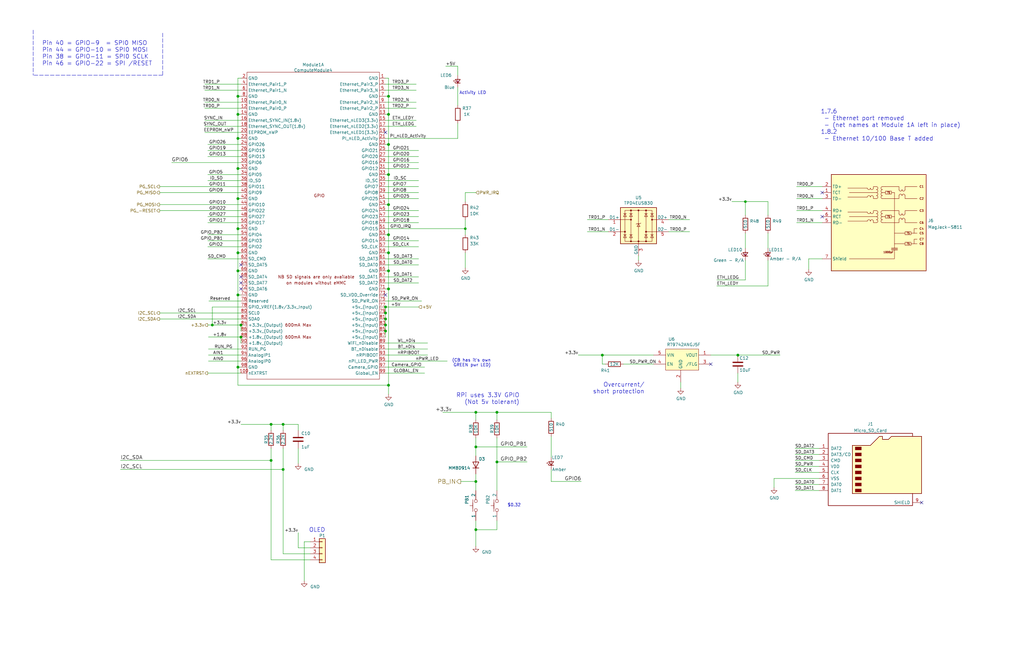
<source format=kicad_sch>
(kicad_sch (version 20211123) (generator eeschema)
  (paper "B")
  (title_block (title "ConnectBox CM4 for China Case ") (date "2022-07-24") (rev "1.8.4") (comment 1 "JRA"))
  (junction (at 163.83 114.3) (diameter 1.016))
  (junction (at 100.33 106.68) (diameter 1.016))
  (junction (at 114.3 179.07) (diameter 1.016))
  (junction (at 162.56 139.7) (diameter 1.016))
  (junction (at 114.3 194.31) (diameter 1.016))
  (junction (at 163.83 86.36) (diameter 1.016))
  (junction (at 101.6 142.24) (diameter 1.016))
  (junction (at 163.83 60.96) (diameter 1.016))
  (junction (at 163.83 40.64) (diameter 1.016))
  (junction (at 163.83 121.92) (diameter 1.016))
  (junction (at 200.66 203.2) (diameter 1.016))
  (junction (at 163.83 48.26) (diameter 1.016))
  (junction (at 209.55 194.945) (diameter 1.016))
  (junction (at 101.6 137.16) (diameter 1.016))
  (junction (at 119.38 179.07) (diameter 1.016))
  (junction (at 163.83 73.66) (diameter 1.016))
  (junction (at 163.83 99.06) (diameter 1.016))
  (junction (at 100.33 40.64) (diameter 1.016))
  (junction (at 100.33 58.42) (diameter 1.016))
  (junction (at 100.33 96.52) (diameter 1.016))
  (junction (at 162.56 129.54) (diameter 1.016))
  (junction (at 100.33 83.82) (diameter 1.016))
  (junction (at 89.535 137.16) (diameter 1.016))
  (junction (at 196.215 96.52))
  (junction (at 100.33 124.46) (diameter 1.016))
  (junction (at 209.55 173.99) (diameter 1.016))
  (junction (at 200.66 223.52) (diameter 1.016))
  (junction (at 200.66 188.595) (diameter 1.016))
  (junction (at 311.15 149.86) (diameter 1.016))
  (junction (at 314.325 85.09))
  (junction (at 162.56 137.16) (diameter 1.016))
  (junction (at 200.66 173.99) (diameter 1.016))
  (junction (at 100.33 114.3) (diameter 1.016))
  (junction (at 100.33 154.94) (diameter 1.016))
  (junction (at 163.83 106.68) (diameter 1.016))
  (junction (at 254 149.86) (diameter 1.016))
  (junction (at 162.56 134.62) (diameter 1.016))
  (junction (at 163.83 162.56) (diameter 1.016))
  (junction (at 100.33 71.12) (diameter 1.016))
  (junction (at 162.56 132.08) (diameter 1.016))
  (junction (at 100.33 48.26) (diameter 1.016))
  (junction (at 119.38 198.12) (diameter 1.016))
  (no_connect (at 388.62 212.09))
  (no_connect (at 101.6 119.38))
  (no_connect (at 101.6 116.84))
  (no_connect (at 346.71 81.28))
  (no_connect (at 346.71 91.44))
  (no_connect (at 101.6 111.76))
  (no_connect (at 299.72 153.67))
  (no_connect (at 162.56 55.88))
  (no_connect (at 101.6 121.92))
  (no_connect (at 162.56 124.46))
  (wire (pts (xy 299.72 149.86) (xy 311.15 149.86)))
  (wire (pts (xy 335.28 199.39) (xy 345.44 199.39)))
  (wire (pts (xy 162.56 129.54) (xy 162.56 132.08)))
  (wire (pts (xy 101.6 48.26) (xy 100.33 48.26)))
  (wire (pts (xy 67.31 88.9) (xy 101.6 88.9)))
  (wire (pts (xy 200.66 219.71) (xy 200.66 223.52)))
  (wire (pts (xy 162.56 45.72) (xy 175.514 45.72)))
  (wire (pts (xy 335.28 204.47) (xy 345.44 204.47)))
  (wire (pts (xy 302.26 118.11) (xy 314.325 118.11)))
  (wire (pts (xy 243.84 149.86) (xy 254 149.86)))
  (wire (pts (xy 163.83 40.64) (xy 163.83 48.26)))
  (wire (pts (xy 311.15 157.48) (xy 311.15 161.29)))
  (wire (pts (xy 67.31 86.36) (xy 101.6 86.36)))
  (wire (pts (xy 100.33 71.12) (xy 101.6 71.12)))
  (wire (pts (xy 200.66 200.025) (xy 200.66 203.2)))
  (wire (pts (xy 200.66 203.2) (xy 200.66 207.01)))
  (polyline (pts (xy 13.97 12.7) (xy 13.97 31.75)) (stroke (width 0) (type dash)))
  (polyline (pts (xy 68.58 13.97) (xy 68.58 31.75)) (stroke (width 0) (type dash)))
  (polyline (pts (xy 68.58 31.75) (xy 13.97 31.75)) (stroke (width 0) (type dash)))
  (wire (pts (xy 87.63 73.66) (xy 101.6 73.66)))
  (wire (pts (xy 86.36 45.72) (xy 101.6 45.72)))
  (wire (pts (xy 162.56 147.32) (xy 180.34 147.32)))
  (wire (pts (xy 162.56 63.5) (xy 176.53 63.5)))
  (wire (pts (xy 87.63 104.14) (xy 101.6 104.14)))
  (wire (pts (xy 162.56 157.48) (xy 179.07 157.48)))
  (wire (pts (xy 128.27 228.6) (xy 128.27 245.11)))
  (wire (pts (xy 335.915 93.98) (xy 346.71 93.98)))
  (wire (pts (xy 162.56 40.64) (xy 163.83 40.64)))
  (wire (pts (xy 196.215 106.68) (xy 196.215 113.03)))
  (wire (pts (xy 162.56 81.28) (xy 176.53 81.28)))
  (wire (pts (xy 162.56 96.52) (xy 196.215 96.52)))
  (wire (pts (xy 163.83 73.66) (xy 163.83 86.36)))
  (wire (pts (xy 209.55 194.945) (xy 222.25 194.945)))
  (wire (pts (xy 87.63 91.44) (xy 101.6 91.44)))
  (wire (pts (xy 162.56 111.76) (xy 176.53 111.76)))
  (wire (pts (xy 87.63 99.06) (xy 101.6 99.06)))
  (wire (pts (xy 323.85 98.425) (xy 323.85 104.775)))
  (wire (pts (xy 200.66 177.165) (xy 200.66 173.99)))
  (wire (pts (xy 87.63 101.6) (xy 101.6 101.6)))
  (wire (pts (xy 196.215 92.71) (xy 196.215 96.52)))
  (wire (pts (xy 50.8 194.31) (xy 114.3 194.31)))
  (wire (pts (xy 323.85 109.855) (xy 323.85 120.65)))
  (wire (pts (xy 162.56 114.3) (xy 163.83 114.3)))
  (wire (pts (xy 340.995 109.22) (xy 340.995 113.665)))
  (wire (pts (xy 119.38 179.07) (xy 125.73 179.07)))
  (wire (pts (xy 100.33 58.42) (xy 100.33 71.12)))
  (wire (pts (xy 87.63 157.48) (xy 101.6 157.48)))
  (wire (pts (xy 193.04 36.83) (xy 193.04 44.45)))
  (wire (pts (xy 209.55 184.785) (xy 209.55 194.945)))
  (wire (pts (xy 100.33 83.82) (xy 101.6 83.82)))
  (wire (pts (xy 302.26 120.65) (xy 323.85 120.65)))
  (wire (pts (xy 114.3 194.31) (xy 114.3 236.22)))
  (wire (pts (xy 114.3 236.22) (xy 130.81 236.22)))
  (wire (pts (xy 256.54 97.79) (xy 247.65 97.79)))
  (wire (pts (xy 335.28 191.77) (xy 345.44 191.77)))
  (wire (pts (xy 281.94 92.71) (xy 290.83 92.71)))
  (wire (pts (xy 162.56 71.12) (xy 176.53 71.12)))
  (wire (pts (xy 335.28 207.01) (xy 345.44 207.01)))
  (wire (pts (xy 200.66 223.52) (xy 209.55 223.52)))
  (wire (pts (xy 209.55 223.52) (xy 209.55 219.71)))
  (wire (pts (xy 335.915 88.9) (xy 346.71 88.9)))
  (wire (pts (xy 326.39 201.93) (xy 326.39 205.74)))
  (wire (pts (xy 346.71 109.22) (xy 340.995 109.22)))
  (wire (pts (xy 125.73 231.14) (xy 125.73 224.79)))
  (wire (pts (xy 130.81 231.14) (xy 125.73 231.14)))
  (wire (pts (xy 130.81 228.6) (xy 128.27 228.6)))
  (wire (pts (xy 269.24 107.95) (xy 269.24 109.855)))
  (wire (pts (xy 87.63 93.98) (xy 101.6 93.98)))
  (wire (pts (xy 162.56 119.38) (xy 176.53 119.38)))
  (wire (pts (xy 162.56 86.36) (xy 163.83 86.36)))
  (wire (pts (xy 87.63 137.16) (xy 89.535 137.16)))
  (wire (pts (xy 89.535 137.16) (xy 101.6 137.16)))
  (wire (pts (xy 100.33 58.42) (xy 101.6 58.42)))
  (wire (pts (xy 162.56 68.58) (xy 176.53 68.58)))
  (wire (pts (xy 86.36 38.1) (xy 101.6 38.1)))
  (wire (pts (xy 162.56 60.96) (xy 163.83 60.96)))
  (wire (pts (xy 162.56 101.6) (xy 176.53 101.6)))
  (wire (pts (xy 88.0872 127) (xy 101.6 127)))
  (wire (pts (xy 162.56 58.42) (xy 193.04 58.42)))
  (wire (pts (xy 194.31 203.2) (xy 200.66 203.2)))
  (wire (pts (xy 162.56 66.04) (xy 176.53 66.04)))
  (wire (pts (xy 162.56 35.56) (xy 175.514 35.56)))
  (wire (pts (xy 314.325 98.425) (xy 314.325 104.775)))
  (wire (pts (xy 162.56 38.1) (xy 175.514 38.1)))
  (wire (pts (xy 162.56 144.78) (xy 180.34 144.78)))
  (wire (pts (xy 314.325 109.855) (xy 314.325 118.11)))
  (wire (pts (xy 86.36 35.56) (xy 101.6 35.56)))
  (wire (pts (xy 163.83 86.36) (xy 163.83 99.06)))
  (wire (pts (xy 100.33 106.68) (xy 100.33 114.3)))
  (wire (pts (xy 200.66 184.785) (xy 200.66 188.595)))
  (wire (pts (xy 200.66 81.28) (xy 196.215 81.28)))
  (wire (pts (xy 163.83 162.56) (xy 163.83 166.37)))
  (wire (pts (xy 87.63 76.2) (xy 101.6 76.2)))
  (wire (pts (xy 119.38 179.07) (xy 119.38 181.61)))
  (wire (pts (xy 67.31 134.62) (xy 101.6 134.62)))
  (wire (pts (xy 101.6 40.64) (xy 100.33 40.64)))
  (wire (pts (xy 314.325 85.09) (xy 323.85 85.09)))
  (wire (pts (xy 101.6 139.7) (xy 101.6 137.16)))
  (wire (pts (xy 86.36 43.18) (xy 101.6 43.18)))
  (wire (pts (xy 87.63 63.5) (xy 101.6 63.5)))
  (wire (pts (xy 101.6 154.94) (xy 100.33 154.94)))
  (wire (pts (xy 162.56 76.2) (xy 176.53 76.2)))
  (wire (pts (xy 87.63 60.96) (xy 101.6 60.96)))
  (wire (pts (xy 162.56 91.44) (xy 176.53 91.44)))
  (wire (pts (xy 87.884 147.32) (xy 101.6 147.32)))
  (wire (pts (xy 163.83 121.92) (xy 163.83 162.56)))
  (wire (pts (xy 87.63 66.04) (xy 101.6 66.04)))
  (wire (pts (xy 100.33 154.94) (xy 100.33 162.56)))
  (wire (pts (xy 254 149.86) (xy 275.59 149.86)))
  (wire (pts (xy 101.6 33.02) (xy 100.33 33.02)))
  (wire (pts (xy 162.56 134.62) (xy 162.56 137.16)))
  (wire (pts (xy 162.56 152.4) (xy 188.595 152.4)))
  (wire (pts (xy 100.33 114.3) (xy 101.6 114.3)))
  (wire (pts (xy 176.53 109.22) (xy 162.56 109.22)))
  (wire (pts (xy 100.33 83.82) (xy 100.33 96.52)))
  (wire (pts (xy 232.41 173.99) (xy 209.55 173.99)))
  (wire (pts (xy 232.41 176.53) (xy 232.41 173.99)))
  (wire (pts (xy 50.8 198.12) (xy 119.38 198.12)))
  (wire (pts (xy 209.55 194.945) (xy 209.55 207.01)))
  (wire (pts (xy 101.6 179.07) (xy 114.3 179.07)))
  (wire (pts (xy 162.56 50.8) (xy 175.514 50.8)))
  (wire (pts (xy 187.96 27.94) (xy 193.04 27.94)))
  (wire (pts (xy 314.325 85.09) (xy 314.325 90.805)))
  (wire (pts (xy 114.3 194.31) (xy 114.3 189.23)))
  (wire (pts (xy 100.33 96.52) (xy 101.6 96.52)))
  (wire (pts (xy 162.56 93.98) (xy 176.53 93.98)))
  (wire (pts (xy 163.83 106.68) (xy 163.83 114.3)))
  (wire (pts (xy 162.56 99.06) (xy 163.83 99.06)))
  (wire (pts (xy 163.83 114.3) (xy 163.83 121.92)))
  (wire (pts (xy 162.56 132.08) (xy 162.56 134.62)))
  (wire (pts (xy 162.56 53.34) (xy 175.514 53.34)))
  (wire (pts (xy 163.83 48.26) (xy 163.83 60.96)))
  (wire (pts (xy 67.31 78.74) (xy 101.6 78.74)))
  (wire (pts (xy 89.535 129.54) (xy 101.6 129.54)))
  (wire (pts (xy 100.33 40.64) (xy 100.33 48.26)))
  (wire (pts (xy 162.56 106.68) (xy 163.83 106.68)))
  (wire (pts (xy 335.28 194.31) (xy 345.44 194.31)))
  (wire (pts (xy 232.41 203.2) (xy 232.41 198.12)))
  (wire (pts (xy 86.36 50.8) (xy 101.6 50.8)))
  (wire (pts (xy 100.33 162.56) (xy 163.83 162.56)))
  (wire (pts (xy 100.33 106.68) (xy 101.6 106.68)))
  (wire (pts (xy 100.33 124.46) (xy 101.6 124.46)))
  (wire (pts (xy 67.31 132.08) (xy 101.6 132.08)))
  (wire (pts (xy 101.6 144.78) (xy 101.6 142.24)))
  (wire (pts (xy 162.56 139.7) (xy 162.56 142.24)))
  (wire (pts (xy 86.36 55.88) (xy 101.6 55.88)))
  (wire (pts (xy 335.28 196.85) (xy 345.44 196.85)))
  (wire (pts (xy 162.56 33.02) (xy 163.83 33.02)))
  (wire (pts (xy 200.66 188.595) (xy 200.66 192.405)))
  (wire (pts (xy 232.41 203.2) (xy 245.11 203.2)))
  (wire (pts (xy 200.66 173.99) (xy 209.55 173.99)))
  (wire (pts (xy 89.535 129.54) (xy 89.535 137.16)))
  (wire (pts (xy 326.39 201.93) (xy 345.44 201.93)))
  (wire (pts (xy 254 153.67) (xy 254 149.86)))
  (wire (pts (xy 255.27 153.67) (xy 254 153.67)))
  (wire (pts (xy 162.56 127) (xy 177.8 127)))
  (wire (pts (xy 262.89 153.67) (xy 275.59 153.67)))
  (wire (pts (xy 114.3 179.07) (xy 119.38 179.07)))
  (wire (pts (xy 100.33 71.12) (xy 100.33 83.82)))
  (wire (pts (xy 200.66 223.52) (xy 200.66 230.505)))
  (wire (pts (xy 87.63 109.22) (xy 101.6 109.22)))
  (wire (pts (xy 162.56 137.16) (xy 162.56 139.7)))
  (wire (pts (xy 100.33 33.02) (xy 100.33 40.64)))
  (wire (pts (xy 196.215 81.28) (xy 196.215 85.09)))
  (wire (pts (xy 100.33 48.26) (xy 100.33 58.42)))
  (wire (pts (xy 186.69 173.99) (xy 200.66 173.99)))
  (wire (pts (xy 162.56 88.9) (xy 176.53 88.9)))
  (wire (pts (xy 162.56 83.82) (xy 176.53 83.82)))
  (wire (pts (xy 125.73 179.07) (xy 125.73 181.61)))
  (wire (pts (xy 86.36 53.34) (xy 101.6 53.34)))
  (wire (pts (xy 125.73 189.23) (xy 125.73 195.58)))
  (wire (pts (xy 193.04 31.75) (xy 193.04 27.94)))
  (wire (pts (xy 162.56 43.18) (xy 175.514 43.18)))
  (wire (pts (xy 335.915 83.82) (xy 346.71 83.82)))
  (wire (pts (xy 308.61 85.09) (xy 314.325 85.09)))
  (wire (pts (xy 163.83 99.06) (xy 163.83 106.68)))
  (wire (pts (xy 162.56 154.94) (xy 179.07 154.94)))
  (wire (pts (xy 162.56 73.66) (xy 163.83 73.66)))
  (wire (pts (xy 196.215 96.52) (xy 196.215 99.06)))
  (wire (pts (xy 119.38 198.12) (xy 119.38 189.23)))
  (wire (pts (xy 287.02 161.29) (xy 287.02 163.83)))
  (wire (pts (xy 87.884 149.86) (xy 101.6 149.86)))
  (wire (pts (xy 87.884 142.24) (xy 101.6 142.24)))
  (wire (pts (xy 176.53 104.14) (xy 162.56 104.14)))
  (wire (pts (xy 247.65 92.71) (xy 256.54 92.71)))
  (wire (pts (xy 100.33 114.3) (xy 100.33 124.46)))
  (wire (pts (xy 162.56 149.86) (xy 180.34 149.86)))
  (wire (pts (xy 119.38 198.12) (xy 119.38 233.68)))
  (wire (pts (xy 119.38 233.68) (xy 130.81 233.68)))
  (wire (pts (xy 87.884 152.4) (xy 101.6 152.4)))
  (wire (pts (xy 114.3 179.07) (xy 114.3 181.61)))
  (wire (pts (xy 100.33 124.46) (xy 100.33 154.94)))
  (wire (pts (xy 281.94 97.79) (xy 290.83 97.79)))
  (wire (pts (xy 209.55 177.165) (xy 209.55 173.99)))
  (wire (pts (xy 311.15 149.86) (xy 328.93 149.86)))
  (wire (pts (xy 162.56 48.26) (xy 163.83 48.26)))
  (wire (pts (xy 232.41 184.15) (xy 232.41 193.04)))
  (wire (pts (xy 162.56 129.54) (xy 176.53 129.54)))
  (wire (pts (xy 200.66 188.595) (xy 222.25 188.595)))
  (wire (pts (xy 100.33 96.52) (xy 100.33 106.68)))
  (wire (pts (xy 323.85 85.09) (xy 323.85 90.805)))
  (wire (pts (xy 101.6 142.24) (xy 101.854 142.24)))
  (wire (pts (xy 335.915 78.74) (xy 346.71 78.74)))
  (wire (pts (xy 193.04 52.07) (xy 193.04 58.42)))
  (wire (pts (xy 67.31 81.28) (xy 101.6 81.28)))
  (wire (pts (xy 162.56 121.92) (xy 163.83 121.92)))
  (wire (pts (xy 163.83 60.96) (xy 163.83 73.66)))
  (wire (pts (xy 162.56 78.74) (xy 176.53 78.74)))
  (wire (pts (xy 176.53 116.84) (xy 162.56 116.84)))
  (wire (pts (xy 335.28 189.23) (xy 345.44 189.23)))
  (wire (pts (xy 72.39 68.58) (xy 101.6 68.58)))
  (wire (pts (xy 163.83 33.02) (xy 163.83 40.64)))
  (text "1.7.6\n - Ethernet port removed\n - (net names at Module 1A left in place)\n1.8.2\n - Ethernet 10/100 Base T added" (at 346.075 59.69 0) (effects (font (size 1.778 1.778)) (justify left bottom)))
  (text "Pin 40 = GPIO-9  = SPI0 MISO  \nPin 44 = GPIO-10 = SPI0 MOSI \nPin 38 = GPIO-11 = SPI0 SCLK \nPin 46 = GPIO-22 = SPI /RESET" (at 17.78 27.94 0) (effects (font (size 1.778 1.778)) (justify left bottom)))
  (text "RPi uses 3.3V GPIO\n(Not 5v tolerant)" (at 219.075 170.815 180) (effects (font (size 1.778 1.778)) (justify right bottom)))
  (text "Overcurrent/\nshort protection" (at 271.78 166.37 180) (effects (font (size 1.778 1.778)) (justify right bottom)))
  (text "OLED" (at 137.16 224.79 180) (effects (font (size 1.778 1.778)) (justify right bottom)))
  (text "$0.32" (at 213.995 213.995 0) (effects (font (size 1.27 1.27)) (justify left bottom)))
  (text "Activity LED" (at 193.675 40.005 0) (effects (font (size 1.27 1.27)) (justify left bottom)))
  (text "(CB has it's own\nGREEN pwr LED)" (at 207.01 154.94 180) (effects (font (size 1.27 1.27)) (justify right bottom)))
  (label "GPIO20" (at 172.72 66.04 180))
  (label "ETH_LEDY" (at 302.26 120.65 0))
  (label "GPIO26" (at 95.25 60.96 180))
  (label "+3.3v" (at 243.84 149.86 180))
  (label "SD_DAT1" (at 173.99 116.84 180))
  (label "GPIO12" (at 172.72 71.12 180))
  (label "GPIO9" (at 93.98 81.28 180))
  (label "GPIO14" (at 172.72 101.6 180))
  (label "SYNC_IN" (at 93.98 50.8 180))
  (label "SYNC_OUT" (at 95.504 53.34 180))
  (label "GPIO19" (at 95.25 63.5 180))
  (label "TRD2_P" (at 165.354 45.72 0))
  (label "ETH_LEDG" (at 165.354 53.34 0))
  (label "GPIO_IRQ" (at 173.355 96.52 180))
  (label "ETH_LEDY" (at 165.354 50.8 0))
  (label "nPWR_LED" (at 175.26 152.4 0))
  (label "GPIO_PB1" (at 222.25 188.595 180) (effects (font (size 1.524 1.524))))
  (label "Camera_GPIO" (at 177.8 154.94 180))
  (label "GPIO18" (at 172.72 93.98 180))
  (label "SD_CLK" (at 172.72 104.14 180))
  (label "TRD1_N" (at 92.71 38.1 180))
  (label "SD_CMD" (at 335.28 194.31 0))
  (label "GPIO_PB1" (at 93.98 101.6 180))
  (label "+3.3v" (at 125.73 224.79 180))
  (label "GPIO6" (at 72.39 68.58 0) (effects (font (size 1.524 1.524))))
  (label "TRD0_N" (at 289.56 92.71 180))
  (label "SD_DAT3" (at 335.28 191.77 0))
  (label "TRD1_P" (at 92.71 35.56 180))
  (label "TRD3_N" (at 165.354 38.1 0))
  (label "SD_CMD" (at 95.25 109.22 180))
  (label "SD_DAT3" (at 173.99 109.22 180))
  (label "+1.8v" (at 95.504 142.24 180))
  (label "I2C_SDA" (at 50.8 194.31 0) (effects (font (size 1.524 1.524))))
  (label "TRD1_P" (at 255.27 92.71 180))
  (label "EEPROM_nWP" (at 98.552 55.88 180))
  (label "TRD2_N" (at 165.354 43.18 0))
  (label "SD_CLK" (at 335.28 199.39 0))
  (label "GPIO5" (at 93.98 73.66 180))
  (label "GPIO16" (at 172.72 68.58 180))
  (label "GPIO2" (at 93.98 104.14 180))
  (label "GPIO8" (at 171.45 81.28 180))
  (label "+3.3v" (at 95.504 137.16 180))
  (label "I2C_SDA" (at 74.93 134.62 0))
  (label "TRD1_P" (at 335.915 88.9 0))
  (label "SD_PWR_ON" (at 165.1 127 0))
  (label "TRD1_N" (at 335.915 93.98 0))
  (label "GPIO23" (at 172.72 91.44 180))
  (label "WL_nDis" (at 175.26 144.78 180))
  (label "TRD0_N" (at 92.71 43.18 180))
  (label "+3.3v" (at 308.61 85.09 180))
  (label "I2C_SCL" (at 74.93 132.08 0))
  (label "AIN0" (at 94.234 152.4 180))
  (label "+5V" (at 168.91 129.54 180))
  (label "TRD0_N" (at 335.915 83.82 0))
  (label "ID_SC" (at 171.45 76.2 180))
  (label "SD_PWR" (at 321.31 149.86 0))
  (label "GPIO13" (at 95.25 66.04 180))
  (label "SD_DAT1" (at 335.28 207.01 0))
  (label "SD_PWR_ON" (at 265.43 153.67 0))
  (label "GLOBAL_EN" (at 176.53 157.48 180))
  (label "GPIO11" (at 95.25 78.74 180))
  (label "GPIO10" (at 95.25 86.36 180))
  (label "GPIO25" (at 172.72 83.82 180))
  (label "TRD0_P" (at 92.71 45.72 180))
  (label "+3.3v" (at 190.5 173.99 180) (effects (font (size 1.524 1.524))))
  (label "GPIO6" (at 245.11 203.2 180) (effects (font (size 1.524 1.524))))
  (label "+3.3v" (at 101.6 179.07 180))
  (label "PI_nLED_Activity" (at 179.705 58.42 180))
  (label "nRPIBOOT" (at 176.9872 149.86 180))
  (label "TRD1_N" (at 255.27 97.79 180))
  (label "TRD3_P" (at 165.354 35.56 0))
  (label "ID_SD" (at 93.98 76.2 180))
  (label "GPIO22" (at 95.25 88.9 180))
  (label "BT_nDis" (at 175.1076 147.32 180))
  (label "SD_DAT2" (at 335.28 189.23 0))
  (label "GPIO21" (at 172.72 63.5 180))
  (label "Reserved" (at 97.155 127 180))
  (label "I2C_SCL" (at 50.8 198.12 0) (effects (font (size 1.524 1.524))))
  (label "+5V" (at 187.96 27.94 0))
  (label "GPIO27" (at 95.25 91.44 180))
  (label "SD_DAT2" (at 173.99 119.38 180))
  (label "GPIO_PB2" (at 222.25 194.945 180) (effects (font (size 1.524 1.524))))
  (label "SD_DAT0" (at 173.99 111.76 180))
  (label "TRD0_P" (at 335.915 78.74 0))
  (label "RUN_PG" (at 98.044 147.32 180))
  (label "AIN1" (at 94.234 149.86 180))
  (label "GPIO17" (at 95.25 93.98 180))
  (label "GPIO24" (at 172.72 88.9 180))
  (label "SD_DAT0" (at 335.28 204.47 0))
  (label "SD_PWR" (at 335.28 196.85 0))
  (label "GPIO7" (at 171.45 78.74 180))
  (label "ETH_LEDG" (at 302.26 118.11 0))
  (label "GPIO_PB2" (at 93.98 99.06 180))
  (label "TRD0_P" (at 289.56 97.79 180))
  (hierarchical_label "+5V" (shape input) (at 176.53 129.54 0))
  (hierarchical_label "PG_-RESET" (shape output) (at 67.31 88.9 180))
  (hierarchical_label "PG_MISO" (shape output) (at 67.31 81.28 180))
  (hierarchical_label "nEXTRST" (shape output) (at 87.63 157.48 180))
  (hierarchical_label "+3.3v" (shape output) (at 87.63 137.16 180))
  (hierarchical_label "PB_IN" (shape output) (at 194.31 203.2 180) (effects (font (size 1.778 1.778))))
  (hierarchical_label "PG_SCL" (shape output) (at 67.31 78.74 180))
  (hierarchical_label "I2C_SCL" (shape output) (at 67.31 132.08 180))
  (hierarchical_label "PWR_IRQ" (shape input) (at 200.66 81.28 0))
  (hierarchical_label "PG_MOSI" (shape output) (at 67.31 86.36 180))
  (hierarchical_label "I2C_SDA" (shape output) (at 67.31 134.62 180))
  (symbol (lib_id "power:GND") (at 340.995 113.665 0) (unit 1)
    (property "Reference" "#PWR0101" (effects hide))
    (property "Value" "GND" (at 341.122 118.0592 0))
  )
  (symbol (lib_id "Device:R") (at 209.55 180.975 180) (unit 1)
    (property "Reference" "R39" (at 207.518 180.975 90))
    (property "Value" "10K" (at 209.55 180.975 90))
    (property "Footprint" "Resistor_SMD:R_0603_1608Metric" (effects hide))
    (property "Manufacturer" "Yageo" (effects hide))
    (property "Manufacturer P/N" "RC0603FR-0710KL" (effects hide))
    (property "Description" "RES SMD 10K OHM 1% 1/8W 0603" (effects hide))
    (property "DigiKey P/N" "311-10.0KHRCT-ND" (effects hide))
    (property "Type" "SMD" (effects hide))
  )
  (symbol (lib_id "Custom_1:MagJack-S811") (at 369.57 116.84 0) (unit 1)
    (property "Reference" "J6" (at 391.287 93.0715 0) (effects (justify left)))
    (property "Value" "MagJack-S811" (at 391.287 95.8466 0) (effects (justify left)))
    (property "Footprint" "CustomComponents:MagJack_S811" (effects hide))
    (property "Manufacturer" "Bel Fuse Inc" (effects hide))
    (property "Manufacturer P/N" "S811-1X1T-06-F" (effects hide))
    (property "Description" "10/100 Ethernet Magjack" (effects hide))
    (property "DigiKey P/N" "507-1456-1-ND" (effects hide))
  )
  (symbol (lib_id "power:GND") (at 128.27 245.11 0) (unit 1)
    (property "Reference" "#PWR03" (effects hide))
    (property "Value" "GND" (at 132.842 247.5992 0))
  )
  (symbol (lib_id "power:GND") (at 200.66 230.505 0) (unit 1)
    (property "Reference" "#PWR05" (effects hide))
    (property "Value" "GND" (at 205.232 232.9942 0))
  )
  (symbol (lib_id "Device:R") (at 196.215 102.87 180) (unit 1)
    (property "Reference" "R43" (at 200.025 100.33 0))
    (property "Value" "33K" (at 200.025 102.87 0))
    (property "Footprint" "Resistor_SMD:R_0603_1608Metric" (effects hide))
    (property "Manufacturer" "Yageo" (effects hide))
    (property "Manufacturer P/N" "RC0603FR-0733KL" (effects hide))
    (property "Description" "RES SMD 33K OHM 1% 1/8W 0603" (effects hide))
    (property "DigiKey P/N" "311-33.0KHRCT-ND" (effects hide))
    (property "Type" "SMD" (effects hide))
  )
  (symbol (lib_id "power:GND") (at 287.02 163.83 0) (unit 1)
    (property "Reference" "#PWR08" (effects hide))
    (property "Value" "GND" (at 287.147 168.2242 0))
  )
  (symbol (lib_id "power:GND") (at 125.73 195.58 0) (unit 1)
    (property "Reference" "#PWR02" (effects hide))
    (property "Value" "GND" (at 130.302 198.0692 0))
  )
  (symbol (lib_id "power:GND") (at 196.215 113.03 0) (unit 1)
    (property "Reference" "#PWR018" (effects hide))
    (property "Value" "GND" (at 196.342 117.4242 0))
  )
  (symbol (lib_id "Custom_1:SPST-PUSH") (at 209.55 213.36 90) (mirror x) (unit 1)
    (property "Reference" "PB2" (at 205.74 210.82 0))
    (property "Value" "SPST-PUSH" (effects hide))
    (property "Footprint" "CustomComponents:SW-PTS845" (effects hide))
    (property "Manufacturer" "C&K" (effects hide))
    (property "Manufacturer P/N" "PTS845VN20PSMTR4 LFS" (effects hide))
    (property "Description" "SWITCH TACTILE SPST-NO 0.05A 12V" (effects hide))
    (property "DigiKey P/N" " 108-PTS845VN20PSMTR4LFSCT-ND" (effects hide))
    (property "Type" "SMD" (effects hide))
  )
  (symbol (lib_id "Diode:1N914") (at 200.66 196.215 90) (unit 1)
    (property "Reference" "D3" (at 203.2 193.675 90))
    (property "Value" "MMBD914" (at 193.675 197.485 90))
    (property "Footprint" "Diode_SMD:D_SOT-23_ANK" (effects hide))
    (property "Datasheet" "http://www.vishay.com/docs/85622/1n914.pdf" (effects hide))
    (property "Manufacturer" "ON Semiconductor" (effects hide))
    (property "Manufacturer P/N" "MMBD914LT1G" (effects hide))
    (property "Description" "DIODE GEN PURP 100V 200MA SOT23" (effects hide))
    (property "DigiKey P/N" "MMBD914LT1GOSCT-ND" (effects hide))
    (property "Type" "SMD" (effects hide))
  )
  (symbol (lib_id "Device:R") (at 119.38 185.42 180) (unit 1)
    (property "Reference" "R36" (at 117.348 185.42 90))
    (property "Value" "2.2K" (at 119.38 185.42 90))
    (property "Footprint" "Resistor_SMD:R_0603_1608Metric" (effects hide))
    (property "Manufacturer" "Yageo" (effects hide))
    (property "Manufacturer P/N" "RC0603FR-072K2L" (effects hide))
    (property "Description" "RES SMD 2.2K OHM 1% 1/8W 0603" (effects hide))
    (property "DigiKey P/N" "311-2.20KHRCT-ND" (effects hide))
    (property "Type" "SMD" (effects hide))
  )
  (symbol (lib_id "Device:LED_Small") (at 314.325 107.315 90) (unit 1)
    (property "Reference" "LED10" (at 313.055 105.41 90) (effects (justify left)))
    (property "Value" "Green - R/A" (at 313.69 109.855 90) (effects (justify left)))
    (property "Footprint" "LED_SMD:LED_0603_1608Metric" (effects hide))
    (property "Datasheet" "~" (at 314.325 107.315 90))
    (property "Manufacturer" "Lite-On Inc." (effects hide))
    (property "Manufacturer P/N" "LTST-S270KGKT" (effects hide))
    (property "Description" "LED GREEN CLEAR 0603 SMD R/A" (effects hide))
    (property "DigiKey P/N" "160-1478-1-ND" (effects hide))
    (property "Type" "SMD" (effects hide))
  )
  (symbol (lib_id "Custom_1:SPST-PUSH") (at 200.66 213.36 90) (mirror x) (unit 1)
    (property "Reference" "PB1" (at 196.85 210.82 0))
    (property "Value" "SPST-PUSH" (effects hide))
    (property "Footprint" "CustomComponents:SW-PTS845" (effects hide))
    (property "Manufacturer" "C&K" (effects hide))
    (property "Manufacturer P/N" "PTS845VN20PSMTR4 LFS" (effects hide))
    (property "Description" "SWITCH TACTILE SPST-NO 0.05A 12V" (effects hide))
    (property "DigiKey P/N" " 108-PTS845VN20PSMTR4LFSCT-ND" (effects hide))
    (property "Type" "SMD" (effects hide))
  )
  (symbol (lib_id "Device:R") (at 196.215 88.9 0) (unit 1)
    (property "Reference" "R42" (at 200.025 87.63 0))
    (property "Value" "10K" (at 200.025 90.17 0))
    (property "Footprint" "Resistor_SMD:R_0603_1608Metric" (effects hide))
    (property "Manufacturer" "Yageo" (effects hide))
    (property "Manufacturer P/N" "RC0603FR-0710KL" (effects hide))
    (property "Description" "RES SMD 10K OHM 1% 1/8W 0603" (effects hide))
    (property "DigiKey P/N" "311-10.0KHRCT-ND" (effects hide))
    (property "Type" "SMD" (effects hide))
  )
  (symbol (lib_name "LED_Small_1") (lib_id "Device:LED_Small") (at 232.41 195.58 90) (unit 1)
    (property "Reference" "LED7" (at 237.49 193.04 90) (effects (justify left)))
    (property "Value" "Amber" (at 238.76 198.12 90) (effects (justify left)))
    (property "Footprint" "LED_SMD:LED_0603_1608Metric" (effects hide))
    (property "Manufacturer" "Lite-On Inc." (effects hide))
    (property "Manufacturer P/N" "LTST-C191KFKT" (effects hide))
    (property "Description" "LED AMBER CLEAR 0603 SMD" (effects hide))
    (property "DigiKey P/N" "160-1445-1-ND" (effects hide))
    (property "Type" "SMD" (effects hide))
  )
  (symbol (lib_id "Device:R") (at 200.66 180.975 180) (unit 1)
    (property "Reference" "R38" (at 198.628 180.975 90))
    (property "Value" "10K" (at 200.66 180.975 90))
    (property "Footprint" "Resistor_SMD:R_0603_1608Metric" (effects hide))
    (property "Manufacturer" "Yageo" (effects hide))
    (property "Manufacturer P/N" "RC0603FR-0710KL" (effects hide))
    (property "Description" "RES SMD 10K OHM 1% 1/8W 0603" (effects hide))
    (property "DigiKey P/N" "311-10.0KHRCT-ND" (effects hide))
    (property "Type" "SMD" (effects hide))
  )
  (symbol (lib_id "Device:R") (at 314.325 94.615 0) (unit 1)
    (property "Reference" "R48" (at 318.135 93.345 0))
    (property "Value" "510" (at 314.325 94.615 90))
    (property "Footprint" "Resistor_SMD:R_0603_1608Metric" (effects hide))
    (property "Manufacturer" "Yageo" (effects hide))
    (property "Manufacturer P/N" "RC0603FR-07510RL" (effects hide))
    (property "Description" "RES SMD 1K OHM 1% 1/8W 0603" (effects hide))
    (property "DigiKey P/N" "311-510HRCT-ND" (effects hide))
    (property "Type" "SMD" (effects hide))
  )
  (symbol (lib_id "CM4IO:TPD4EUSB30") (at 269.24 95.25 0) (unit 1)
    (property "Reference" "U5" (at 269.24 83.3882 0))
    (property "Value" "TPD4EUSB30" (at 269.24 85.6996 0))
    (property "Footprint" "CustomComponents:USON-10_2.5x1.0mm_P0.5mm" (effects hide))
    (property "Manufacturer" "TI" (effects hide))
    (property "Manufacturer P/N" "TPD4EUSB30DQAR" (effects hide))
    (property "Description" "Quad TVS diode for high speed signals (USB3, GigE etc.)" (effects hide))
    (property "DigiKey P/N" "296-28063-1-ND" (effects hide))
    (property "Type" "SMD" (effects hide))
  )
  (symbol (lib_id "power:GND") (at 311.15 161.29 0) (unit 1)
    (property "Reference" "#PWR09" (effects hide))
    (property "Value" "GND" (at 311.277 165.6842 0))
  )
  (symbol (lib_id "Device:R") (at 232.41 180.34 0) (unit 1)
    (property "Reference" "R40" (at 236.22 179.07 0))
    (property "Value" "510" (at 232.41 180.34 90))
    (property "Footprint" "Resistor_SMD:R_0603_1608Metric" (effects hide))
    (property "Manufacturer" "Yageo" (effects hide))
    (property "Manufacturer P/N" "RC0603FR-07510RL" (effects hide))
    (property "Description" "RES SMD 1K OHM 1% 1/8W 0603" (effects hide))
    (property "DigiKey P/N" "311-510HRCT-ND" (effects hide))
    (property "Type" "SMD" (effects hide))
  )
  (symbol (lib_id "Custom_1:T9742ANGJ5F") (at 288.29 156.21 0) (unit 1)
    (property "Reference" "U6" (at 283.21 143.129 0))
    (property "Value" "RT9742ANGJ5F" (at 288.29 145.4404 0))
    (property "Footprint" "Package_TO_SOT_SMD:SOT-23-5" (effects hide))
    (property "Datasheet" "https://www.richtek.com/assets/product_file/RT9742/DS9742-00.pdf" (effects hide))
    (property "Manufacturer" "Richtek" (effects hide))
    (property "Manufacturer P/N" "RT9742ANGJ5F" (effects hide))
    (property "Description" "Power Switch/Driver 1:1 N-Channel 1A TSOT-23-5" (effects hide))
    (property "DigiKey P/N" "1028-1427-1-ND" (effects hide))
    (property "Type" "SMD" (effects hide))
  )
  (symbol (lib_id "Connector_Generic:Conn_01x04") (at 135.89 231.14 0) (unit 1)
    (property "Reference" "P1" (at 135.89 226.06 0))
    (property "Value" "Conn_01x04" (effects hide))
    (property "Footprint" "Connector_PinHeader_2.54mm:PinHeader_1x04_P2.54mm_Vertical" (effects hide))
    (property "Type" "ThroughHole" (effects hide))
  )
  (symbol (lib_id "Device:LED_Small") (at 323.85 107.315 90) (unit 1)
    (property "Reference" "LED11" (at 330.2 105.41 90) (effects (justify left)))
    (property "Value" "Amber - R/A" (at 337.82 109.22 90) (effects (justify left)))
    (property "Footprint" "LED_SMD:LED_0603_1608Metric" (effects hide))
    (property "Datasheet" "~" (at 323.85 107.315 90))
    (property "Manufacturer" "Lite-On Inc." (effects hide))
    (property "Manufacturer P/N" "LTST-S270KFKT" (effects hide))
    (property "Description" "LED AMBER CLEAR 0603 SMD R/A" (effects hide))
    (property "DigiKey P/N" "160-1477-1-ND" (effects hide))
    (property "Type" "SMD" (effects hide))
  )
  (symbol (lib_id "power:GND") (at 269.24 109.855 0) (unit 1)
    (property "Reference" "#PWR06" (effects hide))
    (property "Value" "GND" (at 269.367 114.2492 0))
  )
  (symbol (lib_id "power:GND") (at 163.83 166.37 0) (unit 1)
    (property "Reference" "#PWR04" (effects hide))
    (property "Value" "GND" (at 163.957 170.7642 0))
  )
  (symbol (lib_id "Device:R") (at 259.08 153.67 270) (unit 1)
    (property "Reference" "R41" (at 255.27 156.337 90))
    (property "Value" "12K" (at 259.08 153.67 90))
    (property "Footprint" "Resistor_SMD:R_0603_1608Metric" (effects hide))
    (property "Manufacturer" "Yageo" (effects hide))
    (property "Manufacturer P/N" "RC0603FR-12K2L" (effects hide))
    (property "Description" "RES SMD 12K OHM 1% 1/8W 0603" (effects hide))
    (property "DigiKey P/N" "311-12.0KHRCT-ND" (effects hide))
    (property "Type" "SMD" (effects hide))
  )
  (symbol (lib_id "Device:R") (at 114.3 185.42 180) (unit 1)
    (property "Reference" "R35" (at 112.268 185.42 90))
    (property "Value" "2.2K" (at 114.3 185.42 90))
    (property "Footprint" "Resistor_SMD:R_0603_1608Metric" (effects hide))
    (property "Manufacturer" "Yageo" (effects hide))
    (property "Manufacturer P/N" "RC0603FR-072K2L" (effects hide))
    (property "Description" "RES SMD 2.2K OHM 1% 1/8W 0603" (effects hide))
    (property "DigiKey P/N" "311-2.20KHRCT-ND" (effects hide))
    (property "Type" "SMD" (effects hide))
  )
  (symbol (lib_id "Connector:Micro_SD_Card") (at 368.3 196.85 0) (unit 1)
    (property "Reference" "J1" (at 367.03 178.9134 0))
    (property "Value" "Micro_SD_Card" (at 367.03 181.6885 0))
    (property "Footprint" "CM4IO:SDCARD_MOLEX_503398-1892" (effects hide))
    (property "Manufacturer" "Molex" (effects hide))
    (property "Manufacturer P/N" "5033981892" (effects hide))
    (property "DigiKey P/N" "WM11190CT-ND" (effects hide))
    (property "Type" "SMD" (effects hide))
  )
  (symbol (lib_id "Device:C") (at 125.73 185.42 0) (unit 1)
    (property "Reference" "C10" (at 127 182.88 0) (effects (justify left)))
    (property "Value" "1uF" (at 127 188.595 0) (effects (justify left)))
    (property "Footprint" "Capacitor_SMD:C_0603_1608Metric" (effects hide))
    (property "Manufacturer" "Samsung" (effects hide))
    (property "Manufacturer P/N" "CL10A105KQ8NNNC‎" (effects hide))
    (property "Description" "CAP CER 1UF 6.3V X5R 0603" (effects hide))
    (property "DigiKey P/N" "1276-1036-1-ND" (effects hide))
    (property "Type" "SMD" (effects hide))
  )
  (symbol (lib_id "Device:R") (at 323.85 94.615 0) (unit 1)
    (property "Reference" "R49" (at 327.66 93.345 0))
    (property "Value" "510" (at 323.85 94.615 90))
    (property "Footprint" "Resistor_SMD:R_0603_1608Metric" (effects hide))
    (property "Manufacturer" "Yageo" (effects hide))
    (property "Manufacturer P/N" "RC0603FR-07510RL" (effects hide))
    (property "Description" "RES SMD 1K OHM 1% 1/8W 0603" (effects hide))
    (property "DigiKey P/N" "311-510HRCT-ND" (effects hide))
    (property "Type" "SMD" (effects hide))
  )
  (symbol (lib_id "CM4IO:ComputeModule4-CM4") (at 134.62 88.9 0) (unit 1)
    (property "Reference" "Module1" (at 132.08 27.305 0))
    (property "Value" "ComputeModule4" (at 132.08 29.6164 0))
    (property "Footprint" "CustomComponents:CM4_Module_noHoles" (effects hide))
    (property "Manufacturer" "Hirose" (effects hide))
    (property "Manufacturer P/N" "DF40C-100DS-0.4V (requires two each)" (effects hide))
    (property "Description" "100 Position Connector Receptacle, Center Strip Contacts Surface Mount Gold" (effects hide))
    (property "DigiKey P/N" "H11615CT-ND (requires two each)" (effects hide))
    (property "Type" "SMD" (effects hide))
  )
  (symbol (lib_id "Device:R") (at 193.04 48.26 180) (unit 1)
    (property "Reference" "R37" (at 196.85 45.72 0))
    (property "Value" "1K" (at 196.85 48.26 0))
    (property "Footprint" "Resistor_SMD:R_0603_1608Metric" (effects hide))
    (property "Manufacturer" "Yageo" (effects hide))
    (property "Manufacturer P/N" "RC0603FR-071KL" (effects hide))
    (property "Description" "RES SMD 1K OHM 1% 1/8W 0603" (effects hide))
    (property "DigiKey P/N" "311-1.00KHRCT-ND" (effects hide))
    (property "Type" "SMD" (effects hide))
  )
  (symbol (lib_id "Device:C") (at 311.15 153.67 0) (unit 1)
    (property "Reference" "C12" (at 311.785 151.13 0) (effects (justify left)))
    (property "Value" "10uF" (at 311.785 156.21 0) (effects (justify left)))
    (property "Footprint" "Capacitor_SMD:C_0603_1608Metric" (effects hide))
    (property "Manufacturer" "Samsung Electro-Mechanics" (effects hide))
    (property "Manufacturer P/N" "C0603C106M9PACTU" (effects hide))
    (property "Description" "CAP CER 10UF 6.3V X5R 0603" (effects hide))
    (property "DigiKey P/N" "399-C0603C106M9PAC7867CT-ND" (effects hide))
    (property "Type" "SMD" (effects hide))
  )
  (symbol (lib_id "Device:LED_Small") (at 193.04 34.29 90) (unit 1)
    (property "Reference" "LED6" (at 190.5 31.75 90) (effects (justify left)))
    (property "Value" "Blue" (at 191.77 36.83 90) (effects (justify left)))
    (property "Footprint" "LED_SMD:LED_0603_1608Metric" (effects hide))
    (property "Datasheet" "~" (at 193.04 34.29 90))
    (property "Manufacturer" "Inolux" (effects hide))
    (property "Manufacturer P/N" "IN-S63BT5B" (effects hide))
    (property "Description" "LED BLUE CLEAR 0603 SMD" (effects hide))
    (property "DigiKey P/N" "1830-1068-1-ND" (effects hide))
    (property "Type" "SMD" (effects hide))
  )
  (symbol (lib_id "power:GND") (at 326.39 205.74 0) (unit 1)
    (property "Reference" "#PWR010" (effects hide))
    (property "Value" "GND" (at 326.517 210.1342 0))
  )
)
</source>
